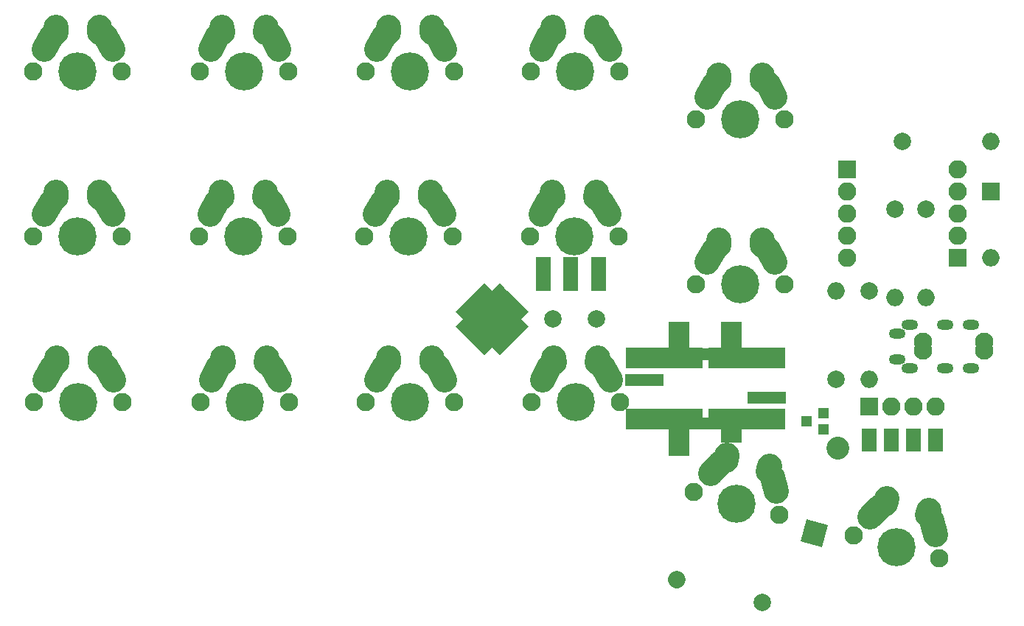
<source format=gts>
G04 #@! TF.FileFunction,Soldermask,Top*
%FSLAX46Y46*%
G04 Gerber Fmt 4.6, Leading zero omitted, Abs format (unit mm)*
G04 Created by KiCad (PCBNEW 4.0.7) date 06/17/18 20:50:59*
%MOMM*%
%LPD*%
G01*
G04 APERTURE LIST*
%ADD10C,0.100000*%
%ADD11C,2.000000*%
%ADD12C,2.600000*%
%ADD13R,2.100000X2.100000*%
%ADD14O,2.100000X2.100000*%
%ADD15R,1.670000X1.370000*%
%ADD16R,2.400000X3.400000*%
%ADD17R,8.900000X2.400000*%
%ADD18R,1.400000X1.400000*%
%ADD19R,4.400000X1.400000*%
%ADD20R,1.300000X1.200000*%
%ADD21O,2.000000X2.000000*%
%ADD22C,2.000000*%
%ADD23R,2.000000X2.000000*%
%ADD24C,2.900000*%
%ADD25C,4.387810*%
%ADD26C,2.101810*%
%ADD27O,1.924000X1.162000*%
%ADD28C,2.100000*%
G04 APERTURE END LIST*
D10*
D11*
X134500000Y-98500000D03*
X139500000Y-98500000D03*
D10*
G36*
X165421638Y-124689974D02*
X162910231Y-124017045D01*
X163583160Y-121505638D01*
X166094567Y-122178567D01*
X165421638Y-124689974D01*
X165421638Y-124689974D01*
G37*
D12*
X167132000Y-113284000D02*
X167132000Y-113284000D01*
D13*
X168275000Y-81280000D03*
D14*
X168275000Y-83820000D03*
X168275000Y-86360000D03*
X168275000Y-88900000D03*
X168275000Y-91440000D03*
D15*
X133350000Y-92075000D03*
X133350000Y-93345000D03*
X133350000Y-94615000D03*
D13*
X180975000Y-91440000D03*
D14*
X180975000Y-88900000D03*
X180975000Y-86360000D03*
X180975000Y-83820000D03*
X180975000Y-81280000D03*
D15*
X136525000Y-92075000D03*
X136525000Y-93345000D03*
X136525000Y-94615000D03*
X170815000Y-113040000D03*
X170815000Y-111760000D03*
X173355000Y-113040000D03*
X173355000Y-111760000D03*
X175895000Y-113040000D03*
X175895000Y-111760000D03*
X139700000Y-92075000D03*
X139700000Y-93345000D03*
X139700000Y-94615000D03*
X178435000Y-113040000D03*
X178435000Y-111760000D03*
D13*
X170815000Y-108585000D03*
D14*
X173355000Y-108585000D03*
X175895000Y-108585000D03*
X178435000Y-108585000D03*
D16*
X149000000Y-112500000D03*
X155000000Y-111000000D03*
X155000000Y-100500000D03*
D17*
X156750000Y-110000000D03*
X147250000Y-110000000D03*
X156750000Y-103000000D03*
D18*
X152000000Y-102500000D03*
X152000000Y-110500000D03*
D16*
X149000000Y-100500000D03*
D19*
X159000000Y-107500000D03*
X145000000Y-105500000D03*
D17*
X147250000Y-103000000D03*
D20*
X165592000Y-111186000D03*
X165592000Y-109286000D03*
X163592000Y-110236000D03*
D11*
X174625000Y-78105000D03*
D21*
X184785000Y-78105000D03*
D11*
X173736000Y-85852000D03*
D21*
X173736000Y-96012000D03*
D11*
X177292000Y-85852000D03*
D21*
X177292000Y-96012000D03*
D11*
X167005000Y-105410000D03*
D21*
X167005000Y-95250000D03*
D11*
X170815000Y-95250000D03*
D21*
X170815000Y-105410000D03*
D11*
X158496000Y-131064000D03*
D22*
X148682194Y-128434399D02*
X148682194Y-128434399D01*
D23*
X184785000Y-83820000D03*
D21*
X184785000Y-91440000D03*
D24*
X77420276Y-64920672D02*
X77459724Y-65499328D01*
X83110184Y-65999693D02*
X83919816Y-67460307D01*
D25*
X79920000Y-70000000D03*
D26*
X74840000Y-70000000D03*
X85000000Y-70000000D03*
D24*
X76920453Y-66000046D02*
X76109547Y-67459954D01*
X82459724Y-64920672D02*
X82420276Y-65499328D01*
X77420276Y-83920672D02*
X77459724Y-84499328D01*
X83110184Y-84999693D02*
X83919816Y-86460307D01*
D25*
X79920000Y-89000000D03*
D26*
X74840000Y-89000000D03*
X85000000Y-89000000D03*
D24*
X76920453Y-85000046D02*
X76109547Y-86459954D01*
X82459724Y-83920672D02*
X82420276Y-84499328D01*
X77500276Y-102920672D02*
X77539724Y-103499328D01*
X83190184Y-103999693D02*
X83999816Y-105460307D01*
D25*
X80000000Y-108000000D03*
D26*
X74920000Y-108000000D03*
X85080000Y-108000000D03*
D24*
X77000453Y-104000046D02*
X76189547Y-105459954D01*
X82539724Y-102920672D02*
X82500276Y-103499328D01*
X96500276Y-64920672D02*
X96539724Y-65499328D01*
X102190184Y-65999693D02*
X102999816Y-67460307D01*
D25*
X99000000Y-70000000D03*
D26*
X93920000Y-70000000D03*
X104080000Y-70000000D03*
D24*
X96000453Y-66000046D02*
X95189547Y-67459954D01*
X101539724Y-64920672D02*
X101500276Y-65499328D01*
X96420276Y-83920672D02*
X96459724Y-84499328D01*
X102110184Y-84999693D02*
X102919816Y-86460307D01*
D25*
X98920000Y-89000000D03*
D26*
X93840000Y-89000000D03*
X104000000Y-89000000D03*
D24*
X95920453Y-85000046D02*
X95109547Y-86459954D01*
X101459724Y-83920672D02*
X101420276Y-84499328D01*
X96580276Y-102920672D02*
X96619724Y-103499328D01*
X102270184Y-103999693D02*
X103079816Y-105460307D01*
D25*
X99080000Y-108000000D03*
D26*
X94000000Y-108000000D03*
X104160000Y-108000000D03*
D24*
X96080453Y-104000046D02*
X95269547Y-105459954D01*
X101619724Y-102920672D02*
X101580276Y-103499328D01*
X115580276Y-64920672D02*
X115619724Y-65499328D01*
X121270184Y-65999693D02*
X122079816Y-67460307D01*
D25*
X118080000Y-70000000D03*
D26*
X113000000Y-70000000D03*
X123160000Y-70000000D03*
D24*
X115080453Y-66000046D02*
X114269547Y-67459954D01*
X120619724Y-64920672D02*
X120580276Y-65499328D01*
X115420276Y-83920672D02*
X115459724Y-84499328D01*
X121110184Y-84999693D02*
X121919816Y-86460307D01*
D25*
X117920000Y-89000000D03*
D26*
X112840000Y-89000000D03*
X123000000Y-89000000D03*
D24*
X114920453Y-85000046D02*
X114109547Y-86459954D01*
X120459724Y-83920672D02*
X120420276Y-84499328D01*
X115580276Y-102920672D02*
X115619724Y-103499328D01*
X121270184Y-103999693D02*
X122079816Y-105460307D01*
D25*
X118080000Y-108000000D03*
D26*
X113000000Y-108000000D03*
X123160000Y-108000000D03*
D24*
X115080453Y-104000046D02*
X114269547Y-105459954D01*
X120619724Y-102920672D02*
X120580276Y-103499328D01*
X134500276Y-64920672D02*
X134539724Y-65499328D01*
X140190184Y-65999693D02*
X140999816Y-67460307D01*
D25*
X137000000Y-70000000D03*
D26*
X131920000Y-70000000D03*
X142080000Y-70000000D03*
D24*
X134000453Y-66000046D02*
X133189547Y-67459954D01*
X139539724Y-64920672D02*
X139500276Y-65499328D01*
X134420276Y-83920672D02*
X134459724Y-84499328D01*
X140110184Y-84999693D02*
X140919816Y-86460307D01*
D25*
X136920000Y-89000000D03*
D26*
X131840000Y-89000000D03*
X142000000Y-89000000D03*
D24*
X133920453Y-85000046D02*
X133109547Y-86459954D01*
X139459724Y-83920672D02*
X139420276Y-84499328D01*
X134580276Y-102920672D02*
X134619724Y-103499328D01*
X140270184Y-103999693D02*
X141079816Y-105460307D01*
D25*
X137080000Y-108000000D03*
D26*
X132000000Y-108000000D03*
X142160000Y-108000000D03*
D24*
X134080453Y-104000046D02*
X133269547Y-105459954D01*
X139619724Y-102920672D02*
X139580276Y-103499328D01*
X153500276Y-70420672D02*
X153539724Y-70999328D01*
X159190184Y-71499693D02*
X159999816Y-72960307D01*
D25*
X156000000Y-75500000D03*
D26*
X150920000Y-75500000D03*
X161080000Y-75500000D03*
D24*
X153000453Y-71500046D02*
X152189547Y-72959954D01*
X158539724Y-70420672D02*
X158500276Y-70999328D01*
X153500276Y-89420672D02*
X153539724Y-89999328D01*
X159190184Y-90499693D02*
X159999816Y-91960307D01*
D25*
X156000000Y-94500000D03*
D26*
X150920000Y-94500000D03*
X161080000Y-94500000D03*
D24*
X153000453Y-90500046D02*
X152189547Y-91959954D01*
X158539724Y-89420672D02*
X158500276Y-89999328D01*
X154500078Y-114131968D02*
X154388416Y-114701118D01*
X159716837Y-116646879D02*
X160120847Y-118267273D01*
D25*
X155600000Y-119685199D03*
D26*
X150693097Y-118370398D03*
X160506903Y-121000000D03*
D24*
X153737925Y-115045201D02*
X152576797Y-116245485D01*
X159367812Y-115436273D02*
X159179940Y-115985003D01*
X172806981Y-119161570D02*
X172695319Y-119730720D01*
X178023740Y-121676481D02*
X178427750Y-123296875D01*
D25*
X173906903Y-124714801D03*
D26*
X169000000Y-123400000D03*
X178813806Y-126029602D03*
D24*
X172044828Y-120074803D02*
X170883700Y-121275087D01*
X177674715Y-120465875D02*
X177486843Y-121014605D01*
D10*
G36*
X128902306Y-102116852D02*
X128357834Y-102661324D01*
X127367884Y-101671374D01*
X127912356Y-101126902D01*
X128902306Y-102116852D01*
X128902306Y-102116852D01*
G37*
G36*
X129361926Y-101657232D02*
X128817454Y-102201704D01*
X127827504Y-101211754D01*
X128371976Y-100667282D01*
X129361926Y-101657232D01*
X129361926Y-101657232D01*
G37*
G36*
X129821545Y-101197613D02*
X129277073Y-101742085D01*
X128287123Y-100752135D01*
X128831595Y-100207663D01*
X129821545Y-101197613D01*
X129821545Y-101197613D01*
G37*
G36*
X130281164Y-100737993D02*
X129736692Y-101282465D01*
X128746742Y-100292515D01*
X129291214Y-99748043D01*
X130281164Y-100737993D01*
X130281164Y-100737993D01*
G37*
G36*
X130740784Y-100278374D02*
X130196312Y-100822846D01*
X129206362Y-99832896D01*
X129750834Y-99288424D01*
X130740784Y-100278374D01*
X130740784Y-100278374D01*
G37*
G36*
X131200403Y-99818755D02*
X130655931Y-100363227D01*
X129665981Y-99373277D01*
X130210453Y-98828805D01*
X131200403Y-99818755D01*
X131200403Y-99818755D01*
G37*
G36*
X131660023Y-99359135D02*
X131115551Y-99903607D01*
X130125601Y-98913657D01*
X130670073Y-98369185D01*
X131660023Y-99359135D01*
X131660023Y-99359135D01*
G37*
G36*
X131115551Y-97096393D02*
X131660023Y-97640865D01*
X130670073Y-98630815D01*
X130125601Y-98086343D01*
X131115551Y-97096393D01*
X131115551Y-97096393D01*
G37*
G36*
X130655931Y-96636773D02*
X131200403Y-97181245D01*
X130210453Y-98171195D01*
X129665981Y-97626723D01*
X130655931Y-96636773D01*
X130655931Y-96636773D01*
G37*
G36*
X130196312Y-96177154D02*
X130740784Y-96721626D01*
X129750834Y-97711576D01*
X129206362Y-97167104D01*
X130196312Y-96177154D01*
X130196312Y-96177154D01*
G37*
G36*
X129736692Y-95717535D02*
X130281164Y-96262007D01*
X129291214Y-97251957D01*
X128746742Y-96707485D01*
X129736692Y-95717535D01*
X129736692Y-95717535D01*
G37*
G36*
X129277073Y-95257915D02*
X129821545Y-95802387D01*
X128831595Y-96792337D01*
X128287123Y-96247865D01*
X129277073Y-95257915D01*
X129277073Y-95257915D01*
G37*
G36*
X128817454Y-94798296D02*
X129361926Y-95342768D01*
X128371976Y-96332718D01*
X127827504Y-95788246D01*
X128817454Y-94798296D01*
X128817454Y-94798296D01*
G37*
G36*
X128357834Y-94338676D02*
X128902306Y-94883148D01*
X127912356Y-95873098D01*
X127367884Y-95328626D01*
X128357834Y-94338676D01*
X128357834Y-94338676D01*
G37*
G36*
X127629514Y-95328626D02*
X127085042Y-95873098D01*
X126095092Y-94883148D01*
X126639564Y-94338676D01*
X127629514Y-95328626D01*
X127629514Y-95328626D01*
G37*
G36*
X127169894Y-95788246D02*
X126625422Y-96332718D01*
X125635472Y-95342768D01*
X126179944Y-94798296D01*
X127169894Y-95788246D01*
X127169894Y-95788246D01*
G37*
G36*
X126710275Y-96247865D02*
X126165803Y-96792337D01*
X125175853Y-95802387D01*
X125720325Y-95257915D01*
X126710275Y-96247865D01*
X126710275Y-96247865D01*
G37*
G36*
X126250656Y-96707485D02*
X125706184Y-97251957D01*
X124716234Y-96262007D01*
X125260706Y-95717535D01*
X126250656Y-96707485D01*
X126250656Y-96707485D01*
G37*
G36*
X125791036Y-97167104D02*
X125246564Y-97711576D01*
X124256614Y-96721626D01*
X124801086Y-96177154D01*
X125791036Y-97167104D01*
X125791036Y-97167104D01*
G37*
G36*
X125331417Y-97626723D02*
X124786945Y-98171195D01*
X123796995Y-97181245D01*
X124341467Y-96636773D01*
X125331417Y-97626723D01*
X125331417Y-97626723D01*
G37*
G36*
X124871797Y-98086343D02*
X124327325Y-98630815D01*
X123337375Y-97640865D01*
X123881847Y-97096393D01*
X124871797Y-98086343D01*
X124871797Y-98086343D01*
G37*
G36*
X124327325Y-98369185D02*
X124871797Y-98913657D01*
X123881847Y-99903607D01*
X123337375Y-99359135D01*
X124327325Y-98369185D01*
X124327325Y-98369185D01*
G37*
G36*
X124786945Y-98828805D02*
X125331417Y-99373277D01*
X124341467Y-100363227D01*
X123796995Y-99818755D01*
X124786945Y-98828805D01*
X124786945Y-98828805D01*
G37*
G36*
X125246564Y-99288424D02*
X125791036Y-99832896D01*
X124801086Y-100822846D01*
X124256614Y-100278374D01*
X125246564Y-99288424D01*
X125246564Y-99288424D01*
G37*
G36*
X125706184Y-99748043D02*
X126250656Y-100292515D01*
X125260706Y-101282465D01*
X124716234Y-100737993D01*
X125706184Y-99748043D01*
X125706184Y-99748043D01*
G37*
G36*
X126165803Y-100207663D02*
X126710275Y-100752135D01*
X125720325Y-101742085D01*
X125175853Y-101197613D01*
X126165803Y-100207663D01*
X126165803Y-100207663D01*
G37*
G36*
X126625422Y-100667282D02*
X127169894Y-101211754D01*
X126179944Y-102201704D01*
X125635472Y-101657232D01*
X126625422Y-100667282D01*
X126625422Y-100667282D01*
G37*
G36*
X127085042Y-101126902D02*
X127629514Y-101671374D01*
X126639564Y-102661324D01*
X126095092Y-102116852D01*
X127085042Y-101126902D01*
X127085042Y-101126902D01*
G37*
G36*
X128532843Y-96246097D02*
X127498699Y-97280241D01*
X126464555Y-96246097D01*
X127498699Y-95211953D01*
X128532843Y-96246097D01*
X128532843Y-96246097D01*
G37*
G36*
X127781542Y-96997398D02*
X126747398Y-98031542D01*
X125713254Y-96997398D01*
X126747398Y-95963254D01*
X127781542Y-96997398D01*
X127781542Y-96997398D01*
G37*
G36*
X127030241Y-97748699D02*
X125996097Y-98782843D01*
X124961953Y-97748699D01*
X125996097Y-96714555D01*
X127030241Y-97748699D01*
X127030241Y-97748699D01*
G37*
G36*
X126278940Y-98500000D02*
X125244796Y-99534144D01*
X124210652Y-98500000D01*
X125244796Y-97465856D01*
X126278940Y-98500000D01*
X126278940Y-98500000D01*
G37*
G36*
X129284144Y-96997398D02*
X128250000Y-98031542D01*
X127215856Y-96997398D01*
X128250000Y-95963254D01*
X129284144Y-96997398D01*
X129284144Y-96997398D01*
G37*
G36*
X128532843Y-97748699D02*
X127498699Y-98782843D01*
X126464555Y-97748699D01*
X127498699Y-96714555D01*
X128532843Y-97748699D01*
X128532843Y-97748699D01*
G37*
G36*
X127781542Y-98500000D02*
X126747398Y-99534144D01*
X125713254Y-98500000D01*
X126747398Y-97465856D01*
X127781542Y-98500000D01*
X127781542Y-98500000D01*
G37*
G36*
X127030241Y-99251301D02*
X125996097Y-100285445D01*
X124961953Y-99251301D01*
X125996097Y-98217157D01*
X127030241Y-99251301D01*
X127030241Y-99251301D01*
G37*
G36*
X130035445Y-97748699D02*
X129001301Y-98782843D01*
X127967157Y-97748699D01*
X129001301Y-96714555D01*
X130035445Y-97748699D01*
X130035445Y-97748699D01*
G37*
G36*
X129284144Y-98500000D02*
X128250000Y-99534144D01*
X127215856Y-98500000D01*
X128250000Y-97465856D01*
X129284144Y-98500000D01*
X129284144Y-98500000D01*
G37*
G36*
X128532843Y-99251301D02*
X127498699Y-100285445D01*
X126464555Y-99251301D01*
X127498699Y-98217157D01*
X128532843Y-99251301D01*
X128532843Y-99251301D01*
G37*
G36*
X127781542Y-100002602D02*
X126747398Y-101036746D01*
X125713254Y-100002602D01*
X126747398Y-98968458D01*
X127781542Y-100002602D01*
X127781542Y-100002602D01*
G37*
G36*
X130786746Y-98500000D02*
X129752602Y-99534144D01*
X128718458Y-98500000D01*
X129752602Y-97465856D01*
X130786746Y-98500000D01*
X130786746Y-98500000D01*
G37*
G36*
X130035445Y-99251301D02*
X129001301Y-100285445D01*
X127967157Y-99251301D01*
X129001301Y-98217157D01*
X130035445Y-99251301D01*
X130035445Y-99251301D01*
G37*
G36*
X129284144Y-100002602D02*
X128250000Y-101036746D01*
X127215856Y-100002602D01*
X128250000Y-98968458D01*
X129284144Y-100002602D01*
X129284144Y-100002602D01*
G37*
G36*
X128532843Y-100753903D02*
X127498699Y-101788047D01*
X126464555Y-100753903D01*
X127498699Y-99719759D01*
X128532843Y-100753903D01*
X128532843Y-100753903D01*
G37*
D27*
X182500000Y-104140000D03*
X179500000Y-104140000D03*
X175500000Y-104140000D03*
X174000000Y-100140000D03*
X182500000Y-99140000D03*
X179500000Y-99140000D03*
X175500000Y-99140000D03*
X174000000Y-103140000D03*
D28*
X184000000Y-101140000D03*
X177000000Y-101140000D03*
X184000000Y-102140000D03*
X177000000Y-102140000D03*
M02*

</source>
